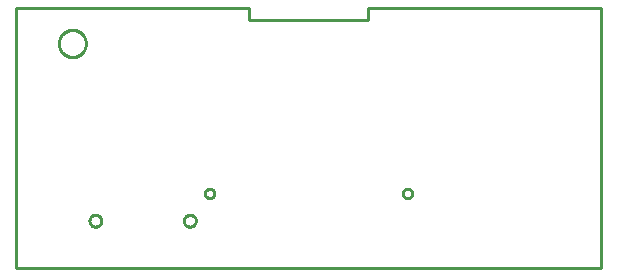
<source format=gko>
G04 EAGLE Gerber RS-274X export*
G75*
%MOMM*%
%FSLAX34Y34*%
%LPD*%
%IN*%
%IPPOS*%
%AMOC8*
5,1,8,0,0,1.08239X$1,22.5*%
G01*
%ADD10C,0.050000*%
%ADD11C,0.000000*%
%ADD12C,0.254000*%


D10*
X482600Y0D02*
X482600Y220000D01*
X-12400Y220000D02*
X-12400Y0D01*
X482600Y0D01*
X482600Y220000D02*
X285100Y220000D01*
X185100Y220000D02*
X-12400Y220000D01*
X185100Y220000D02*
X185100Y210000D01*
X285100Y210000D02*
X285100Y220000D01*
X285100Y210000D02*
X185100Y210000D01*
D11*
X314850Y63000D02*
X314852Y63126D01*
X314858Y63252D01*
X314868Y63378D01*
X314882Y63504D01*
X314900Y63629D01*
X314922Y63753D01*
X314947Y63877D01*
X314977Y64000D01*
X315010Y64121D01*
X315048Y64242D01*
X315089Y64361D01*
X315134Y64480D01*
X315182Y64596D01*
X315234Y64711D01*
X315290Y64824D01*
X315350Y64936D01*
X315413Y65045D01*
X315479Y65153D01*
X315548Y65258D01*
X315621Y65361D01*
X315698Y65462D01*
X315777Y65560D01*
X315859Y65656D01*
X315945Y65749D01*
X316033Y65840D01*
X316124Y65927D01*
X316218Y66012D01*
X316314Y66093D01*
X316413Y66172D01*
X316514Y66247D01*
X316618Y66319D01*
X316724Y66388D01*
X316832Y66454D01*
X316942Y66516D01*
X317054Y66574D01*
X317167Y66629D01*
X317283Y66680D01*
X317400Y66728D01*
X317518Y66772D01*
X317638Y66812D01*
X317759Y66848D01*
X317881Y66881D01*
X318004Y66910D01*
X318128Y66934D01*
X318252Y66955D01*
X318377Y66972D01*
X318503Y66985D01*
X318629Y66994D01*
X318755Y66999D01*
X318882Y67000D01*
X319008Y66997D01*
X319134Y66990D01*
X319260Y66979D01*
X319385Y66964D01*
X319510Y66945D01*
X319634Y66922D01*
X319758Y66896D01*
X319880Y66865D01*
X320002Y66831D01*
X320122Y66792D01*
X320241Y66750D01*
X320359Y66705D01*
X320475Y66655D01*
X320590Y66602D01*
X320702Y66545D01*
X320813Y66485D01*
X320922Y66421D01*
X321029Y66354D01*
X321134Y66284D01*
X321237Y66210D01*
X321337Y66133D01*
X321435Y66053D01*
X321530Y65970D01*
X321622Y65884D01*
X321712Y65795D01*
X321799Y65703D01*
X321882Y65609D01*
X321963Y65512D01*
X322041Y65412D01*
X322116Y65310D01*
X322187Y65206D01*
X322255Y65099D01*
X322319Y64991D01*
X322380Y64880D01*
X322438Y64768D01*
X322492Y64654D01*
X322542Y64538D01*
X322589Y64421D01*
X322632Y64302D01*
X322671Y64182D01*
X322707Y64061D01*
X322738Y63938D01*
X322766Y63815D01*
X322790Y63691D01*
X322810Y63566D01*
X322826Y63441D01*
X322838Y63315D01*
X322846Y63189D01*
X322850Y63063D01*
X322850Y62937D01*
X322846Y62811D01*
X322838Y62685D01*
X322826Y62559D01*
X322810Y62434D01*
X322790Y62309D01*
X322766Y62185D01*
X322738Y62062D01*
X322707Y61939D01*
X322671Y61818D01*
X322632Y61698D01*
X322589Y61579D01*
X322542Y61462D01*
X322492Y61346D01*
X322438Y61232D01*
X322380Y61120D01*
X322319Y61009D01*
X322255Y60901D01*
X322187Y60794D01*
X322116Y60690D01*
X322041Y60588D01*
X321963Y60488D01*
X321882Y60391D01*
X321799Y60297D01*
X321712Y60205D01*
X321622Y60116D01*
X321530Y60030D01*
X321435Y59947D01*
X321337Y59867D01*
X321237Y59790D01*
X321134Y59716D01*
X321029Y59646D01*
X320922Y59579D01*
X320813Y59515D01*
X320702Y59455D01*
X320590Y59398D01*
X320475Y59345D01*
X320359Y59295D01*
X320241Y59250D01*
X320122Y59208D01*
X320002Y59169D01*
X319880Y59135D01*
X319758Y59104D01*
X319634Y59078D01*
X319510Y59055D01*
X319385Y59036D01*
X319260Y59021D01*
X319134Y59010D01*
X319008Y59003D01*
X318882Y59000D01*
X318755Y59001D01*
X318629Y59006D01*
X318503Y59015D01*
X318377Y59028D01*
X318252Y59045D01*
X318128Y59066D01*
X318004Y59090D01*
X317881Y59119D01*
X317759Y59152D01*
X317638Y59188D01*
X317518Y59228D01*
X317400Y59272D01*
X317283Y59320D01*
X317167Y59371D01*
X317054Y59426D01*
X316942Y59484D01*
X316832Y59546D01*
X316724Y59612D01*
X316618Y59681D01*
X316514Y59753D01*
X316413Y59828D01*
X316314Y59907D01*
X316218Y59988D01*
X316124Y60073D01*
X316033Y60160D01*
X315945Y60251D01*
X315859Y60344D01*
X315777Y60440D01*
X315698Y60538D01*
X315621Y60639D01*
X315548Y60742D01*
X315479Y60847D01*
X315413Y60955D01*
X315350Y61064D01*
X315290Y61176D01*
X315234Y61289D01*
X315182Y61404D01*
X315134Y61520D01*
X315089Y61639D01*
X315048Y61758D01*
X315010Y61879D01*
X314977Y62000D01*
X314947Y62123D01*
X314922Y62247D01*
X314900Y62371D01*
X314882Y62496D01*
X314868Y62622D01*
X314858Y62748D01*
X314852Y62874D01*
X314850Y63000D01*
X147350Y63000D02*
X147352Y63126D01*
X147358Y63252D01*
X147368Y63378D01*
X147382Y63504D01*
X147400Y63629D01*
X147422Y63753D01*
X147447Y63877D01*
X147477Y64000D01*
X147510Y64121D01*
X147548Y64242D01*
X147589Y64361D01*
X147634Y64480D01*
X147682Y64596D01*
X147734Y64711D01*
X147790Y64824D01*
X147850Y64936D01*
X147913Y65045D01*
X147979Y65153D01*
X148048Y65258D01*
X148121Y65361D01*
X148198Y65462D01*
X148277Y65560D01*
X148359Y65656D01*
X148445Y65749D01*
X148533Y65840D01*
X148624Y65927D01*
X148718Y66012D01*
X148814Y66093D01*
X148913Y66172D01*
X149014Y66247D01*
X149118Y66319D01*
X149224Y66388D01*
X149332Y66454D01*
X149442Y66516D01*
X149554Y66574D01*
X149667Y66629D01*
X149783Y66680D01*
X149900Y66728D01*
X150018Y66772D01*
X150138Y66812D01*
X150259Y66848D01*
X150381Y66881D01*
X150504Y66910D01*
X150628Y66934D01*
X150752Y66955D01*
X150877Y66972D01*
X151003Y66985D01*
X151129Y66994D01*
X151255Y66999D01*
X151382Y67000D01*
X151508Y66997D01*
X151634Y66990D01*
X151760Y66979D01*
X151885Y66964D01*
X152010Y66945D01*
X152134Y66922D01*
X152258Y66896D01*
X152380Y66865D01*
X152502Y66831D01*
X152622Y66792D01*
X152741Y66750D01*
X152859Y66705D01*
X152975Y66655D01*
X153090Y66602D01*
X153202Y66545D01*
X153313Y66485D01*
X153422Y66421D01*
X153529Y66354D01*
X153634Y66284D01*
X153737Y66210D01*
X153837Y66133D01*
X153935Y66053D01*
X154030Y65970D01*
X154122Y65884D01*
X154212Y65795D01*
X154299Y65703D01*
X154382Y65609D01*
X154463Y65512D01*
X154541Y65412D01*
X154616Y65310D01*
X154687Y65206D01*
X154755Y65099D01*
X154819Y64991D01*
X154880Y64880D01*
X154938Y64768D01*
X154992Y64654D01*
X155042Y64538D01*
X155089Y64421D01*
X155132Y64302D01*
X155171Y64182D01*
X155207Y64061D01*
X155238Y63938D01*
X155266Y63815D01*
X155290Y63691D01*
X155310Y63566D01*
X155326Y63441D01*
X155338Y63315D01*
X155346Y63189D01*
X155350Y63063D01*
X155350Y62937D01*
X155346Y62811D01*
X155338Y62685D01*
X155326Y62559D01*
X155310Y62434D01*
X155290Y62309D01*
X155266Y62185D01*
X155238Y62062D01*
X155207Y61939D01*
X155171Y61818D01*
X155132Y61698D01*
X155089Y61579D01*
X155042Y61462D01*
X154992Y61346D01*
X154938Y61232D01*
X154880Y61120D01*
X154819Y61009D01*
X154755Y60901D01*
X154687Y60794D01*
X154616Y60690D01*
X154541Y60588D01*
X154463Y60488D01*
X154382Y60391D01*
X154299Y60297D01*
X154212Y60205D01*
X154122Y60116D01*
X154030Y60030D01*
X153935Y59947D01*
X153837Y59867D01*
X153737Y59790D01*
X153634Y59716D01*
X153529Y59646D01*
X153422Y59579D01*
X153313Y59515D01*
X153202Y59455D01*
X153090Y59398D01*
X152975Y59345D01*
X152859Y59295D01*
X152741Y59250D01*
X152622Y59208D01*
X152502Y59169D01*
X152380Y59135D01*
X152258Y59104D01*
X152134Y59078D01*
X152010Y59055D01*
X151885Y59036D01*
X151760Y59021D01*
X151634Y59010D01*
X151508Y59003D01*
X151382Y59000D01*
X151255Y59001D01*
X151129Y59006D01*
X151003Y59015D01*
X150877Y59028D01*
X150752Y59045D01*
X150628Y59066D01*
X150504Y59090D01*
X150381Y59119D01*
X150259Y59152D01*
X150138Y59188D01*
X150018Y59228D01*
X149900Y59272D01*
X149783Y59320D01*
X149667Y59371D01*
X149554Y59426D01*
X149442Y59484D01*
X149332Y59546D01*
X149224Y59612D01*
X149118Y59681D01*
X149014Y59753D01*
X148913Y59828D01*
X148814Y59907D01*
X148718Y59988D01*
X148624Y60073D01*
X148533Y60160D01*
X148445Y60251D01*
X148359Y60344D01*
X148277Y60440D01*
X148198Y60538D01*
X148121Y60639D01*
X148048Y60742D01*
X147979Y60847D01*
X147913Y60955D01*
X147850Y61064D01*
X147790Y61176D01*
X147734Y61289D01*
X147682Y61404D01*
X147634Y61520D01*
X147589Y61639D01*
X147548Y61758D01*
X147510Y61879D01*
X147477Y62000D01*
X147447Y62123D01*
X147422Y62247D01*
X147400Y62371D01*
X147382Y62496D01*
X147368Y62622D01*
X147358Y62748D01*
X147352Y62874D01*
X147350Y63000D01*
X23600Y190000D02*
X23603Y190282D01*
X23614Y190564D01*
X23631Y190846D01*
X23655Y191127D01*
X23686Y191408D01*
X23724Y191687D01*
X23769Y191966D01*
X23821Y192244D01*
X23879Y192520D01*
X23945Y192794D01*
X24017Y193067D01*
X24095Y193338D01*
X24180Y193607D01*
X24272Y193874D01*
X24371Y194139D01*
X24475Y194401D01*
X24587Y194660D01*
X24704Y194917D01*
X24828Y195171D01*
X24958Y195421D01*
X25094Y195668D01*
X25236Y195912D01*
X25384Y196152D01*
X25538Y196389D01*
X25698Y196622D01*
X25863Y196851D01*
X26034Y197075D01*
X26210Y197296D01*
X26392Y197511D01*
X26579Y197723D01*
X26771Y197930D01*
X26968Y198132D01*
X27170Y198329D01*
X27377Y198521D01*
X27589Y198708D01*
X27804Y198890D01*
X28025Y199066D01*
X28249Y199237D01*
X28478Y199402D01*
X28711Y199562D01*
X28948Y199716D01*
X29188Y199864D01*
X29432Y200006D01*
X29679Y200142D01*
X29929Y200272D01*
X30183Y200396D01*
X30440Y200513D01*
X30699Y200625D01*
X30961Y200729D01*
X31226Y200828D01*
X31493Y200920D01*
X31762Y201005D01*
X32033Y201083D01*
X32306Y201155D01*
X32580Y201221D01*
X32856Y201279D01*
X33134Y201331D01*
X33413Y201376D01*
X33692Y201414D01*
X33973Y201445D01*
X34254Y201469D01*
X34536Y201486D01*
X34818Y201497D01*
X35100Y201500D01*
X35382Y201497D01*
X35664Y201486D01*
X35946Y201469D01*
X36227Y201445D01*
X36508Y201414D01*
X36787Y201376D01*
X37066Y201331D01*
X37344Y201279D01*
X37620Y201221D01*
X37894Y201155D01*
X38167Y201083D01*
X38438Y201005D01*
X38707Y200920D01*
X38974Y200828D01*
X39239Y200729D01*
X39501Y200625D01*
X39760Y200513D01*
X40017Y200396D01*
X40271Y200272D01*
X40521Y200142D01*
X40768Y200006D01*
X41012Y199864D01*
X41252Y199716D01*
X41489Y199562D01*
X41722Y199402D01*
X41951Y199237D01*
X42175Y199066D01*
X42396Y198890D01*
X42611Y198708D01*
X42823Y198521D01*
X43030Y198329D01*
X43232Y198132D01*
X43429Y197930D01*
X43621Y197723D01*
X43808Y197511D01*
X43990Y197296D01*
X44166Y197075D01*
X44337Y196851D01*
X44502Y196622D01*
X44662Y196389D01*
X44816Y196152D01*
X44964Y195912D01*
X45106Y195668D01*
X45242Y195421D01*
X45372Y195171D01*
X45496Y194917D01*
X45613Y194660D01*
X45725Y194401D01*
X45829Y194139D01*
X45928Y193874D01*
X46020Y193607D01*
X46105Y193338D01*
X46183Y193067D01*
X46255Y192794D01*
X46321Y192520D01*
X46379Y192244D01*
X46431Y191966D01*
X46476Y191687D01*
X46514Y191408D01*
X46545Y191127D01*
X46569Y190846D01*
X46586Y190564D01*
X46597Y190282D01*
X46600Y190000D01*
X46597Y189718D01*
X46586Y189436D01*
X46569Y189154D01*
X46545Y188873D01*
X46514Y188592D01*
X46476Y188313D01*
X46431Y188034D01*
X46379Y187756D01*
X46321Y187480D01*
X46255Y187206D01*
X46183Y186933D01*
X46105Y186662D01*
X46020Y186393D01*
X45928Y186126D01*
X45829Y185861D01*
X45725Y185599D01*
X45613Y185340D01*
X45496Y185083D01*
X45372Y184829D01*
X45242Y184579D01*
X45106Y184332D01*
X44964Y184088D01*
X44816Y183848D01*
X44662Y183611D01*
X44502Y183378D01*
X44337Y183149D01*
X44166Y182925D01*
X43990Y182704D01*
X43808Y182489D01*
X43621Y182277D01*
X43429Y182070D01*
X43232Y181868D01*
X43030Y181671D01*
X42823Y181479D01*
X42611Y181292D01*
X42396Y181110D01*
X42175Y180934D01*
X41951Y180763D01*
X41722Y180598D01*
X41489Y180438D01*
X41252Y180284D01*
X41012Y180136D01*
X40768Y179994D01*
X40521Y179858D01*
X40271Y179728D01*
X40017Y179604D01*
X39760Y179487D01*
X39501Y179375D01*
X39239Y179271D01*
X38974Y179172D01*
X38707Y179080D01*
X38438Y178995D01*
X38167Y178917D01*
X37894Y178845D01*
X37620Y178779D01*
X37344Y178721D01*
X37066Y178669D01*
X36787Y178624D01*
X36508Y178586D01*
X36227Y178555D01*
X35946Y178531D01*
X35664Y178514D01*
X35382Y178503D01*
X35100Y178500D01*
X34818Y178503D01*
X34536Y178514D01*
X34254Y178531D01*
X33973Y178555D01*
X33692Y178586D01*
X33413Y178624D01*
X33134Y178669D01*
X32856Y178721D01*
X32580Y178779D01*
X32306Y178845D01*
X32033Y178917D01*
X31762Y178995D01*
X31493Y179080D01*
X31226Y179172D01*
X30961Y179271D01*
X30699Y179375D01*
X30440Y179487D01*
X30183Y179604D01*
X29929Y179728D01*
X29679Y179858D01*
X29432Y179994D01*
X29188Y180136D01*
X28948Y180284D01*
X28711Y180438D01*
X28478Y180598D01*
X28249Y180763D01*
X28025Y180934D01*
X27804Y181110D01*
X27589Y181292D01*
X27377Y181479D01*
X27170Y181671D01*
X26968Y181868D01*
X26771Y182070D01*
X26579Y182277D01*
X26392Y182489D01*
X26210Y182704D01*
X26034Y182925D01*
X25863Y183149D01*
X25698Y183378D01*
X25538Y183611D01*
X25384Y183848D01*
X25236Y184088D01*
X25094Y184332D01*
X24958Y184579D01*
X24828Y184829D01*
X24704Y185083D01*
X24587Y185340D01*
X24475Y185599D01*
X24371Y185861D01*
X24272Y186126D01*
X24180Y186393D01*
X24095Y186662D01*
X24017Y186933D01*
X23945Y187206D01*
X23879Y187480D01*
X23821Y187756D01*
X23769Y188034D01*
X23724Y188313D01*
X23686Y188592D01*
X23655Y188873D01*
X23631Y189154D01*
X23614Y189436D01*
X23603Y189718D01*
X23600Y190000D01*
X49600Y40000D02*
X49602Y40141D01*
X49608Y40282D01*
X49618Y40422D01*
X49632Y40562D01*
X49650Y40702D01*
X49671Y40841D01*
X49697Y40980D01*
X49726Y41118D01*
X49760Y41254D01*
X49797Y41390D01*
X49838Y41525D01*
X49883Y41659D01*
X49932Y41791D01*
X49984Y41922D01*
X50040Y42051D01*
X50100Y42178D01*
X50163Y42304D01*
X50229Y42428D01*
X50300Y42551D01*
X50373Y42671D01*
X50450Y42789D01*
X50530Y42905D01*
X50614Y43018D01*
X50700Y43129D01*
X50790Y43238D01*
X50883Y43344D01*
X50978Y43447D01*
X51077Y43548D01*
X51178Y43646D01*
X51282Y43741D01*
X51389Y43833D01*
X51498Y43922D01*
X51610Y44007D01*
X51724Y44090D01*
X51840Y44170D01*
X51959Y44246D01*
X52080Y44318D01*
X52202Y44388D01*
X52327Y44453D01*
X52453Y44516D01*
X52581Y44574D01*
X52711Y44629D01*
X52842Y44681D01*
X52975Y44728D01*
X53109Y44772D01*
X53244Y44813D01*
X53380Y44849D01*
X53517Y44881D01*
X53655Y44910D01*
X53793Y44935D01*
X53933Y44955D01*
X54073Y44972D01*
X54213Y44985D01*
X54354Y44994D01*
X54494Y44999D01*
X54635Y45000D01*
X54776Y44997D01*
X54917Y44990D01*
X55057Y44979D01*
X55197Y44964D01*
X55337Y44945D01*
X55476Y44923D01*
X55614Y44896D01*
X55752Y44866D01*
X55888Y44831D01*
X56024Y44793D01*
X56158Y44751D01*
X56292Y44705D01*
X56424Y44656D01*
X56554Y44602D01*
X56683Y44545D01*
X56810Y44485D01*
X56936Y44421D01*
X57059Y44353D01*
X57181Y44282D01*
X57301Y44208D01*
X57418Y44130D01*
X57533Y44049D01*
X57646Y43965D01*
X57757Y43878D01*
X57865Y43787D01*
X57970Y43694D01*
X58073Y43597D01*
X58173Y43498D01*
X58270Y43396D01*
X58364Y43291D01*
X58455Y43184D01*
X58543Y43074D01*
X58628Y42962D01*
X58710Y42847D01*
X58789Y42730D01*
X58864Y42611D01*
X58936Y42490D01*
X59004Y42367D01*
X59069Y42242D01*
X59131Y42115D01*
X59188Y41986D01*
X59243Y41856D01*
X59293Y41725D01*
X59340Y41592D01*
X59383Y41458D01*
X59422Y41322D01*
X59457Y41186D01*
X59489Y41049D01*
X59516Y40911D01*
X59540Y40772D01*
X59560Y40632D01*
X59576Y40492D01*
X59588Y40352D01*
X59596Y40211D01*
X59600Y40070D01*
X59600Y39930D01*
X59596Y39789D01*
X59588Y39648D01*
X59576Y39508D01*
X59560Y39368D01*
X59540Y39228D01*
X59516Y39089D01*
X59489Y38951D01*
X59457Y38814D01*
X59422Y38678D01*
X59383Y38542D01*
X59340Y38408D01*
X59293Y38275D01*
X59243Y38144D01*
X59188Y38014D01*
X59131Y37885D01*
X59069Y37758D01*
X59004Y37633D01*
X58936Y37510D01*
X58864Y37389D01*
X58789Y37270D01*
X58710Y37153D01*
X58628Y37038D01*
X58543Y36926D01*
X58455Y36816D01*
X58364Y36709D01*
X58270Y36604D01*
X58173Y36502D01*
X58073Y36403D01*
X57970Y36306D01*
X57865Y36213D01*
X57757Y36122D01*
X57646Y36035D01*
X57533Y35951D01*
X57418Y35870D01*
X57301Y35792D01*
X57181Y35718D01*
X57059Y35647D01*
X56936Y35579D01*
X56810Y35515D01*
X56683Y35455D01*
X56554Y35398D01*
X56424Y35344D01*
X56292Y35295D01*
X56158Y35249D01*
X56024Y35207D01*
X55888Y35169D01*
X55752Y35134D01*
X55614Y35104D01*
X55476Y35077D01*
X55337Y35055D01*
X55197Y35036D01*
X55057Y35021D01*
X54917Y35010D01*
X54776Y35003D01*
X54635Y35000D01*
X54494Y35001D01*
X54354Y35006D01*
X54213Y35015D01*
X54073Y35028D01*
X53933Y35045D01*
X53793Y35065D01*
X53655Y35090D01*
X53517Y35119D01*
X53380Y35151D01*
X53244Y35187D01*
X53109Y35228D01*
X52975Y35272D01*
X52842Y35319D01*
X52711Y35371D01*
X52581Y35426D01*
X52453Y35484D01*
X52327Y35547D01*
X52202Y35612D01*
X52080Y35682D01*
X51959Y35754D01*
X51840Y35830D01*
X51724Y35910D01*
X51610Y35993D01*
X51498Y36078D01*
X51389Y36167D01*
X51282Y36259D01*
X51178Y36354D01*
X51077Y36452D01*
X50978Y36553D01*
X50883Y36656D01*
X50790Y36762D01*
X50700Y36871D01*
X50614Y36982D01*
X50530Y37095D01*
X50450Y37211D01*
X50373Y37329D01*
X50300Y37449D01*
X50229Y37572D01*
X50163Y37696D01*
X50100Y37822D01*
X50040Y37949D01*
X49984Y38078D01*
X49932Y38209D01*
X49883Y38341D01*
X49838Y38475D01*
X49797Y38610D01*
X49760Y38746D01*
X49726Y38882D01*
X49697Y39020D01*
X49671Y39159D01*
X49650Y39298D01*
X49632Y39438D01*
X49618Y39578D01*
X49608Y39718D01*
X49602Y39859D01*
X49600Y40000D01*
X129600Y40000D02*
X129602Y40141D01*
X129608Y40282D01*
X129618Y40422D01*
X129632Y40562D01*
X129650Y40702D01*
X129671Y40841D01*
X129697Y40980D01*
X129726Y41118D01*
X129760Y41254D01*
X129797Y41390D01*
X129838Y41525D01*
X129883Y41659D01*
X129932Y41791D01*
X129984Y41922D01*
X130040Y42051D01*
X130100Y42178D01*
X130163Y42304D01*
X130229Y42428D01*
X130300Y42551D01*
X130373Y42671D01*
X130450Y42789D01*
X130530Y42905D01*
X130614Y43018D01*
X130700Y43129D01*
X130790Y43238D01*
X130883Y43344D01*
X130978Y43447D01*
X131077Y43548D01*
X131178Y43646D01*
X131282Y43741D01*
X131389Y43833D01*
X131498Y43922D01*
X131610Y44007D01*
X131724Y44090D01*
X131840Y44170D01*
X131959Y44246D01*
X132080Y44318D01*
X132202Y44388D01*
X132327Y44453D01*
X132453Y44516D01*
X132581Y44574D01*
X132711Y44629D01*
X132842Y44681D01*
X132975Y44728D01*
X133109Y44772D01*
X133244Y44813D01*
X133380Y44849D01*
X133517Y44881D01*
X133655Y44910D01*
X133793Y44935D01*
X133933Y44955D01*
X134073Y44972D01*
X134213Y44985D01*
X134354Y44994D01*
X134494Y44999D01*
X134635Y45000D01*
X134776Y44997D01*
X134917Y44990D01*
X135057Y44979D01*
X135197Y44964D01*
X135337Y44945D01*
X135476Y44923D01*
X135614Y44896D01*
X135752Y44866D01*
X135888Y44831D01*
X136024Y44793D01*
X136158Y44751D01*
X136292Y44705D01*
X136424Y44656D01*
X136554Y44602D01*
X136683Y44545D01*
X136810Y44485D01*
X136936Y44421D01*
X137059Y44353D01*
X137181Y44282D01*
X137301Y44208D01*
X137418Y44130D01*
X137533Y44049D01*
X137646Y43965D01*
X137757Y43878D01*
X137865Y43787D01*
X137970Y43694D01*
X138073Y43597D01*
X138173Y43498D01*
X138270Y43396D01*
X138364Y43291D01*
X138455Y43184D01*
X138543Y43074D01*
X138628Y42962D01*
X138710Y42847D01*
X138789Y42730D01*
X138864Y42611D01*
X138936Y42490D01*
X139004Y42367D01*
X139069Y42242D01*
X139131Y42115D01*
X139188Y41986D01*
X139243Y41856D01*
X139293Y41725D01*
X139340Y41592D01*
X139383Y41458D01*
X139422Y41322D01*
X139457Y41186D01*
X139489Y41049D01*
X139516Y40911D01*
X139540Y40772D01*
X139560Y40632D01*
X139576Y40492D01*
X139588Y40352D01*
X139596Y40211D01*
X139600Y40070D01*
X139600Y39930D01*
X139596Y39789D01*
X139588Y39648D01*
X139576Y39508D01*
X139560Y39368D01*
X139540Y39228D01*
X139516Y39089D01*
X139489Y38951D01*
X139457Y38814D01*
X139422Y38678D01*
X139383Y38542D01*
X139340Y38408D01*
X139293Y38275D01*
X139243Y38144D01*
X139188Y38014D01*
X139131Y37885D01*
X139069Y37758D01*
X139004Y37633D01*
X138936Y37510D01*
X138864Y37389D01*
X138789Y37270D01*
X138710Y37153D01*
X138628Y37038D01*
X138543Y36926D01*
X138455Y36816D01*
X138364Y36709D01*
X138270Y36604D01*
X138173Y36502D01*
X138073Y36403D01*
X137970Y36306D01*
X137865Y36213D01*
X137757Y36122D01*
X137646Y36035D01*
X137533Y35951D01*
X137418Y35870D01*
X137301Y35792D01*
X137181Y35718D01*
X137059Y35647D01*
X136936Y35579D01*
X136810Y35515D01*
X136683Y35455D01*
X136554Y35398D01*
X136424Y35344D01*
X136292Y35295D01*
X136158Y35249D01*
X136024Y35207D01*
X135888Y35169D01*
X135752Y35134D01*
X135614Y35104D01*
X135476Y35077D01*
X135337Y35055D01*
X135197Y35036D01*
X135057Y35021D01*
X134917Y35010D01*
X134776Y35003D01*
X134635Y35000D01*
X134494Y35001D01*
X134354Y35006D01*
X134213Y35015D01*
X134073Y35028D01*
X133933Y35045D01*
X133793Y35065D01*
X133655Y35090D01*
X133517Y35119D01*
X133380Y35151D01*
X133244Y35187D01*
X133109Y35228D01*
X132975Y35272D01*
X132842Y35319D01*
X132711Y35371D01*
X132581Y35426D01*
X132453Y35484D01*
X132327Y35547D01*
X132202Y35612D01*
X132080Y35682D01*
X131959Y35754D01*
X131840Y35830D01*
X131724Y35910D01*
X131610Y35993D01*
X131498Y36078D01*
X131389Y36167D01*
X131282Y36259D01*
X131178Y36354D01*
X131077Y36452D01*
X130978Y36553D01*
X130883Y36656D01*
X130790Y36762D01*
X130700Y36871D01*
X130614Y36982D01*
X130530Y37095D01*
X130450Y37211D01*
X130373Y37329D01*
X130300Y37449D01*
X130229Y37572D01*
X130163Y37696D01*
X130100Y37822D01*
X130040Y37949D01*
X129984Y38078D01*
X129932Y38209D01*
X129883Y38341D01*
X129838Y38475D01*
X129797Y38610D01*
X129760Y38746D01*
X129726Y38882D01*
X129697Y39020D01*
X129671Y39159D01*
X129650Y39298D01*
X129632Y39438D01*
X129618Y39578D01*
X129608Y39718D01*
X129602Y39859D01*
X129600Y40000D01*
D12*
X-12400Y0D02*
X482600Y0D01*
X482600Y220000D01*
X285100Y220000D01*
X285100Y210000D01*
X185100Y210000D01*
X185100Y220000D01*
X-12400Y220000D01*
X-12400Y0D01*
X322850Y62738D02*
X322782Y62218D01*
X322646Y61711D01*
X322445Y61227D01*
X322183Y60773D01*
X321864Y60357D01*
X321493Y59986D01*
X321077Y59667D01*
X320623Y59405D01*
X320139Y59204D01*
X319632Y59068D01*
X319112Y59000D01*
X318588Y59000D01*
X318068Y59068D01*
X317561Y59204D01*
X317077Y59405D01*
X316623Y59667D01*
X316207Y59986D01*
X315836Y60357D01*
X315517Y60773D01*
X315255Y61227D01*
X315054Y61711D01*
X314918Y62218D01*
X314850Y62738D01*
X314850Y63262D01*
X314918Y63782D01*
X315054Y64289D01*
X315255Y64773D01*
X315517Y65227D01*
X315836Y65643D01*
X316207Y66014D01*
X316623Y66333D01*
X317077Y66595D01*
X317561Y66796D01*
X318068Y66932D01*
X318588Y67000D01*
X319112Y67000D01*
X319632Y66932D01*
X320139Y66796D01*
X320623Y66595D01*
X321077Y66333D01*
X321493Y66014D01*
X321864Y65643D01*
X322183Y65227D01*
X322445Y64773D01*
X322646Y64289D01*
X322782Y63782D01*
X322850Y63262D01*
X322850Y62738D01*
X155350Y62738D02*
X155282Y62218D01*
X155146Y61711D01*
X154945Y61227D01*
X154683Y60773D01*
X154364Y60357D01*
X153993Y59986D01*
X153577Y59667D01*
X153123Y59405D01*
X152639Y59204D01*
X152132Y59068D01*
X151612Y59000D01*
X151088Y59000D01*
X150568Y59068D01*
X150061Y59204D01*
X149577Y59405D01*
X149123Y59667D01*
X148707Y59986D01*
X148336Y60357D01*
X148017Y60773D01*
X147755Y61227D01*
X147554Y61711D01*
X147418Y62218D01*
X147350Y62738D01*
X147350Y63262D01*
X147418Y63782D01*
X147554Y64289D01*
X147755Y64773D01*
X148017Y65227D01*
X148336Y65643D01*
X148707Y66014D01*
X149123Y66333D01*
X149577Y66595D01*
X150061Y66796D01*
X150568Y66932D01*
X151088Y67000D01*
X151612Y67000D01*
X152132Y66932D01*
X152639Y66796D01*
X153123Y66595D01*
X153577Y66333D01*
X153993Y66014D01*
X154364Y65643D01*
X154683Y65227D01*
X154945Y64773D01*
X155146Y64289D01*
X155282Y63782D01*
X155350Y63262D01*
X155350Y62738D01*
X23600Y189548D02*
X23671Y188647D01*
X23812Y187755D01*
X24023Y186876D01*
X24302Y186017D01*
X24648Y185182D01*
X25059Y184377D01*
X25531Y183606D01*
X26062Y182875D01*
X26649Y182188D01*
X27288Y181549D01*
X27975Y180962D01*
X28706Y180431D01*
X29477Y179959D01*
X30282Y179548D01*
X31117Y179202D01*
X31976Y178923D01*
X32855Y178712D01*
X33747Y178571D01*
X34648Y178500D01*
X35552Y178500D01*
X36453Y178571D01*
X37345Y178712D01*
X38224Y178923D01*
X39083Y179202D01*
X39918Y179548D01*
X40723Y179959D01*
X41494Y180431D01*
X42225Y180962D01*
X42912Y181549D01*
X43551Y182188D01*
X44138Y182875D01*
X44669Y183606D01*
X45141Y184377D01*
X45552Y185182D01*
X45898Y186017D01*
X46177Y186876D01*
X46388Y187755D01*
X46529Y188647D01*
X46600Y189548D01*
X46600Y190452D01*
X46529Y191353D01*
X46388Y192245D01*
X46177Y193124D01*
X45898Y193983D01*
X45552Y194818D01*
X45141Y195623D01*
X44669Y196394D01*
X44138Y197125D01*
X43551Y197812D01*
X42912Y198451D01*
X42225Y199038D01*
X41494Y199569D01*
X40723Y200041D01*
X39918Y200452D01*
X39083Y200798D01*
X38224Y201077D01*
X37345Y201288D01*
X36453Y201429D01*
X35552Y201500D01*
X34648Y201500D01*
X33747Y201429D01*
X32855Y201288D01*
X31976Y201077D01*
X31117Y200798D01*
X30282Y200452D01*
X29477Y200041D01*
X28706Y199569D01*
X27975Y199038D01*
X27288Y198451D01*
X26649Y197812D01*
X26062Y197125D01*
X25531Y196394D01*
X25059Y195623D01*
X24648Y194818D01*
X24302Y193983D01*
X24023Y193124D01*
X23812Y192245D01*
X23671Y191353D01*
X23600Y190452D01*
X23600Y189548D01*
X49600Y39719D02*
X49663Y39161D01*
X49788Y38614D01*
X49973Y38084D01*
X50217Y37578D01*
X50516Y37102D01*
X50866Y36663D01*
X51263Y36266D01*
X51702Y35916D01*
X52178Y35617D01*
X52684Y35373D01*
X53214Y35188D01*
X53761Y35063D01*
X54319Y35000D01*
X54881Y35000D01*
X55439Y35063D01*
X55986Y35188D01*
X56516Y35373D01*
X57022Y35617D01*
X57498Y35916D01*
X57937Y36266D01*
X58334Y36663D01*
X58684Y37102D01*
X58983Y37578D01*
X59227Y38084D01*
X59412Y38614D01*
X59537Y39161D01*
X59600Y39719D01*
X59600Y40281D01*
X59537Y40839D01*
X59412Y41386D01*
X59227Y41916D01*
X58983Y42422D01*
X58684Y42898D01*
X58334Y43337D01*
X57937Y43734D01*
X57498Y44084D01*
X57022Y44383D01*
X56516Y44627D01*
X55986Y44812D01*
X55439Y44937D01*
X54881Y45000D01*
X54319Y45000D01*
X53761Y44937D01*
X53214Y44812D01*
X52684Y44627D01*
X52178Y44383D01*
X51702Y44084D01*
X51263Y43734D01*
X50866Y43337D01*
X50516Y42898D01*
X50217Y42422D01*
X49973Y41916D01*
X49788Y41386D01*
X49663Y40839D01*
X49600Y40281D01*
X49600Y39719D01*
X129600Y39719D02*
X129663Y39161D01*
X129788Y38614D01*
X129973Y38084D01*
X130217Y37578D01*
X130516Y37102D01*
X130866Y36663D01*
X131263Y36266D01*
X131702Y35916D01*
X132178Y35617D01*
X132684Y35373D01*
X133214Y35188D01*
X133761Y35063D01*
X134319Y35000D01*
X134881Y35000D01*
X135439Y35063D01*
X135986Y35188D01*
X136516Y35373D01*
X137022Y35617D01*
X137498Y35916D01*
X137937Y36266D01*
X138334Y36663D01*
X138684Y37102D01*
X138983Y37578D01*
X139227Y38084D01*
X139412Y38614D01*
X139537Y39161D01*
X139600Y39719D01*
X139600Y40281D01*
X139537Y40839D01*
X139412Y41386D01*
X139227Y41916D01*
X138983Y42422D01*
X138684Y42898D01*
X138334Y43337D01*
X137937Y43734D01*
X137498Y44084D01*
X137022Y44383D01*
X136516Y44627D01*
X135986Y44812D01*
X135439Y44937D01*
X134881Y45000D01*
X134319Y45000D01*
X133761Y44937D01*
X133214Y44812D01*
X132684Y44627D01*
X132178Y44383D01*
X131702Y44084D01*
X131263Y43734D01*
X130866Y43337D01*
X130516Y42898D01*
X130217Y42422D01*
X129973Y41916D01*
X129788Y41386D01*
X129663Y40839D01*
X129600Y40281D01*
X129600Y39719D01*
M02*

</source>
